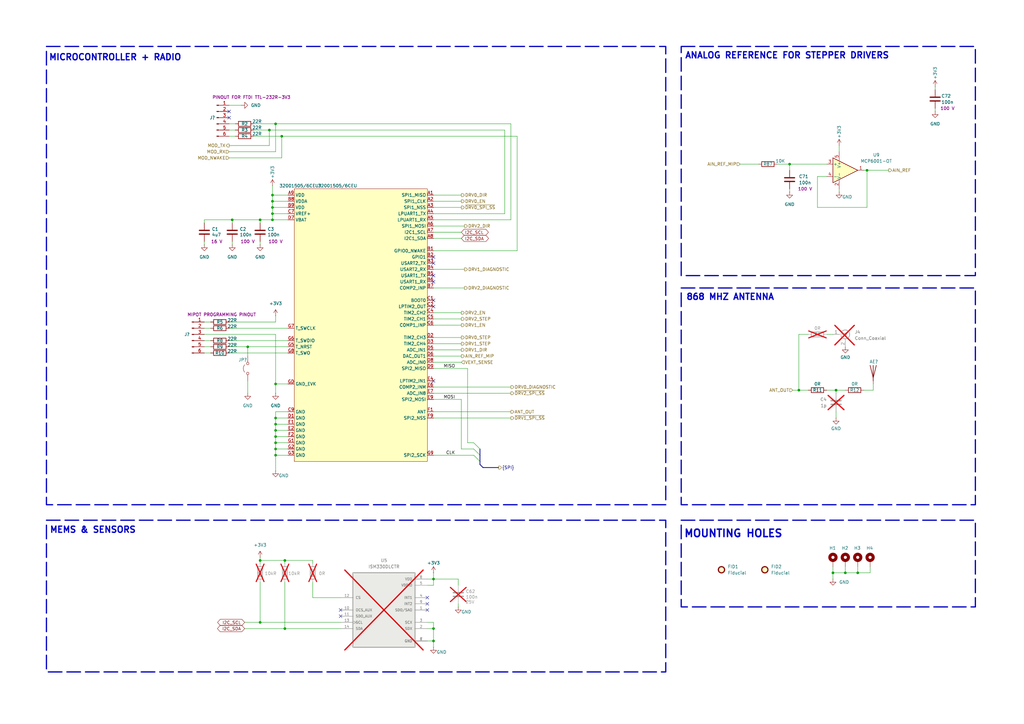
<source format=kicad_sch>
(kicad_sch (version 20231120) (generator "eeschema") (generator_version "8.0")
  (paper "A3")
  (title_block (title "tmc2130 MiP") (date "2024-05-26") (rev "00"))
  (lib_symbols
    (symbol "Amplifier_Operational:MCP6001-OT" (pin_names (offset 0.127))
      (property "Reference" "U" (at -1.27 6.35 0))
      (property "Value" "MCP6001-OT" (at -1.27 3.81 0))
      (symbol "MCP6001-OT_0_1"
        (polyline (pts (xy -5.08 5.08) (xy 5.08 0) (xy -5.08 -5.08) (xy -5.08 5.08)) (stroke (width 0.254)) (fill (type background)))
        (pin power_in line (at -2.54 -7.62 90) (length 3.81) (name "V-") (number "2"))
        (pin power_in line (at -2.54 7.62 270) (length 3.81) (name "V+") (number "5"))
      )
      (symbol "MCP6001-OT_1_1"
        (pin output line (at 7.62 0 180) (length 2.54) (name "~") (number "1"))
        (pin input line (at -7.62 2.54 0) (length 2.54) (name "+") (number "3"))
        (pin input line (at -7.62 -2.54 0) (length 2.54) (name "-") (number "4"))
      )
    )
    (symbol "Connector:Conn_01x06_Pin" (pin_names (offset 1.016) hide)
      (property "Reference" "J" (at 0 7.62 0))
      (property "Value" "Conn_01x06_Pin" (at 0 -10.16 0))
      (symbol "Conn_01x06_Pin_1_1"
        (polyline (pts (xy 1.27 -7.62) (xy 0.8636 -7.62)) (stroke (width 0.1524)))
        (polyline (pts (xy 1.27 -5.08) (xy 0.8636 -5.08)) (stroke (width 0.1524)))
        (polyline (pts (xy 1.27 -2.54) (xy 0.8636 -2.54)) (stroke (width 0.1524)))
        (polyline (pts (xy 1.27 0) (xy 0.8636 0)) (stroke (width 0.1524)))
        (polyline (pts (xy 1.27 2.54) (xy 0.8636 2.54)) (stroke (width 0.1524)))
        (polyline (pts (xy 1.27 5.08) (xy 0.8636 5.08)) (stroke (width 0.1524)))
        (rectangle (start 0.8636 -7.493) (end 0 -7.747) (stroke (width 0.1524)) (fill (type outline)))
        (rectangle (start 0.8636 -4.953) (end 0 -5.207) (stroke (width 0.1524)) (fill (type outline)))
        (rectangle (start 0.8636 -2.413) (end 0 -2.667) (stroke (width 0.1524)) (fill (type outline)))
        (rectangle (start 0.8636 0.127) (end 0 -0.127) (stroke (width 0.1524)) (fill (type outline)))
        (rectangle (start 0.8636 2.667) (end 0 2.413) (stroke (width 0.1524)) (fill (type outline)))
        (rectangle (start 0.8636 5.207) (end 0 4.953) (stroke (width 0.1524)) (fill (type outline)))
        (pin passive line (at 5.08 5.08 180) (length 3.81) (name "Pin_1") (number "1"))
        (pin passive line (at 5.08 2.54 180) (length 3.81) (name "Pin_2") (number "2"))
        (pin passive line (at 5.08 0 180) (length 3.81) (name "Pin_3") (number "3"))
        (pin passive line (at 5.08 -2.54 180) (length 3.81) (name "Pin_4") (number "4"))
        (pin passive line (at 5.08 -5.08 180) (length 3.81) (name "Pin_5") (number "5"))
        (pin passive line (at 5.08 -7.62 180) (length 3.81) (name "Pin_6") (number "6"))
      )
    )
    (symbol "Connector:Conn_Coaxial" (pin_names (offset 1.016) hide)
      (property "Reference" "J" (at 0.254 3.048 0))
      (property "Value" "Conn_Coaxial" (at 2.921 0 90))
      (symbol "Conn_Coaxial_0_1"
        (arc (start -1.778 -0.508) (mid 0.2311 -1.8066) (end 1.778 0) (stroke (width 0.254)))
        (polyline (pts (xy -2.54 0) (xy -0.508 0)))
        (polyline (pts (xy 0 -2.54) (xy 0 -1.778)))
        (circle (center 0 0) (radius 0.508) (stroke (width 0.2032)))
        (arc (start 1.778 0) (mid 0.2099 1.8101) (end -1.778 0.508) (stroke (width 0.254)))
      )
      (symbol "Conn_Coaxial_1_1"
        (pin passive line (at -5.08 0 0) (length 2.54) (name "In") (number "1"))
        (pin passive line (at 0 -5.08 90) (length 2.54) (name "Ext") (number "2"))
      )
    )
    (symbol "Device:Antenna" (pin_numbers hide) (pin_names (offset 1.016) hide)
      (property "Reference" "AE" (at -1.905 1.905 0))
      (property "Value" "Antenna" (at -1.905 0 0))
      (symbol "Antenna_0_1"
        (polyline (pts (xy 0 2.54) (xy 0 -3.81)) (stroke (width 0.254)))
        (polyline (pts (xy 1.27 2.54) (xy 0 -2.54) (xy -1.27 2.54)) (stroke (width 0.254)))
      )
      (symbol "Antenna_1_1"
        (pin input line (at 0 -5.08 90) (length 2.54) (name "A") (number "1"))
      )
    )
    (symbol "Device:C" (pin_numbers hide) (pin_names (offset 0.254))
      (property "Reference" "C" (at 0.635 2.54 0))
      (property "Value" "C" (at 0.635 -2.54 0))
      (symbol "C_0_1"
        (polyline (pts (xy -2.032 -0.762) (xy 2.032 -0.762)) (stroke (width 0.508)))
        (polyline (pts (xy -2.032 0.762) (xy 2.032 0.762)) (stroke (width 0.508)))
      )
      (symbol "C_1_1"
        (pin passive line (at 0 3.81 270) (length 2.794) (name "~") (number "1"))
        (pin passive line (at 0 -3.81 90) (length 2.794) (name "~") (number "2"))
      )
    )
    (symbol "Device:R" (pin_numbers hide) (pin_names (offset 0))
      (property "Reference" "R" (at 2.032 0 90))
      (property "Value" "R" (at 0 0 90))
      (symbol "R_0_1"
        (rectangle (start -1.016 -2.54) (end 1.016 2.54) (stroke (width 0.254)))
      )
      (symbol "R_1_1"
        (pin passive line (at 0 3.81 270) (length 1.27) (name "~") (number "1"))
        (pin passive line (at 0 -3.81 90) (length 1.27) (name "~") (number "2"))
      )
    )
    (symbol "Jumper:Jumper_2_Open" (pin_numbers hide) (pin_names (offset 0) hide) (exclude_from_sim yes)
      (property "Reference" "JP" (at 0 2.794 0))
      (property "Value" "Jumper_2_Open" (at 0 -2.286 0))
      (symbol "Jumper_2_Open_0_0"
        (circle (center -2.032 0) (radius 0.508))
        (circle (center 2.032 0) (radius 0.508))
      )
      (symbol "Jumper_2_Open_0_1"
        (arc (start 1.524 1.27) (mid 0 1.778) (end -1.524 1.27))
      )
      (symbol "Jumper_2_Open_1_1"
        (pin passive line (at -5.08 0 0) (length 2.54) (name "A") (number "1"))
        (pin passive line (at 5.08 0 180) (length 2.54) (name "B") (number "2"))
      )
    )
    (symbol "Mechanical:Fiducial" (exclude_from_sim yes) (in_bom no)
      (property "Reference" "FID" (at 0 5.08 0))
      (property "Value" "Fiducial" (at 0 3.175 0))
      (symbol "Fiducial_0_1"
        (circle (center 0 0) (radius 1.27) (stroke (width 0.508)) (fill (type background)))
      )
    )
    (symbol "Mechanical:MountingHole_Pad" (pin_numbers hide) (pin_names (offset 1.016) hide) (exclude_from_sim yes) (in_bom no)
      (property "Reference" "H" (at 0 6.35 0))
      (property "Value" "MountingHole_Pad" (at 0 4.445 0))
      (symbol "MountingHole_Pad_0_1"
        (circle (center 0 1.27) (radius 1.27) (stroke (width 1.27)))
      )
      (symbol "MountingHole_Pad_1_1"
        (pin input line (at 0 -2.54 90) (length 2.54) (name "1") (number "1"))
      )
    )
    (symbol "mipot:mip_v0"
      (property "Reference" "M" (at -1.27 -0.762 0))
      (property "Value" "32001505/6CEU" (at -27.94 48.26 0))
      (symbol "mip_v0_1_1"
        (rectangle (start -27.94 57.15) (end 26.67 -54.61) (fill (type background)))
        (pin input line (at -30.48 54.61 0) (length 2.54) (name "SPI1_MISO") (number "A1"))
        (pin input line (at -30.48 52.07 0) (length 2.54) (name "SPI1_CLK") (number "A2"))
        (pin input line (at -30.48 49.53 0) (length 2.54) (name "SPI1_NSS") (number "A3"))
        (pin input line (at -30.48 46.99 0) (length 2.54) (name "LPUART1_TX") (number "A4"))
        (pin input line (at -30.48 44.45 0) (length 2.54) (name "LPUART1_RX") (number "A5"))
        (pin input line (at -30.48 41.91 0) (length 2.54) (name "SPI1_MOSI") (number "A6"))
        (pin input line (at -30.48 39.37 0) (length 2.54) (name "I2C1_SCL") (number "A7"))
        (pin input line (at -30.48 36.83 0) (length 2.54) (name "I2C1_SDA") (number "A8"))
        (pin input line (at 29.21 54.61 180) (length 2.54) (name "VDD") (number "A9"))
        (pin input line (at -30.48 31.75 0) (length 2.54) (name "GPIO0_NWAKE") (number "B1"))
        (pin input line (at -30.48 29.21 0) (length 2.54) (name "GPIO1") (number "B2"))
        (pin input line (at -30.48 26.67 0) (length 2.54) (name "USART2_TX") (number "B3"))
        (pin input line (at -30.48 24.13 0) (length 2.54) (name "USART2_RX") (number "B4"))
        (pin input line (at -30.48 21.59 0) (length 2.54) (name "USART1_TX") (number "B5"))
        (pin input line (at -30.48 19.05 0) (length 2.54) (name "USART1_RX") (number "B6"))
        (pin input line (at -30.48 16.51 0) (length 2.54) (name "COMP2_INP") (number "B7"))
        (pin input line (at 29.21 52.07 180) (length 2.54) (name "VDDA") (number "B8"))
        (pin input line (at 29.21 49.53 180) (length 2.54) (name "VDD") (number "B9"))
        (pin input line (at -30.48 11.43 0) (length 2.54) (name "BOOT0") (number "C1"))
        (pin input line (at -30.48 8.89 0) (length 2.54) (name "LPTIM2_OUT") (number "C2"))
        (pin input line (at -30.48 6.35 0) (length 2.54) (name "TIM2_CH2") (number "C4"))
        (pin input line (at -30.48 3.81 0) (length 2.54) (name "TIM2_CH1") (number "C5"))
        (pin input line (at -30.48 1.27 0) (length 2.54) (name "COMP1_INP") (number "C6"))
        (pin input line (at 29.21 46.99 180) (length 2.54) (name "VREF+") (number "C7"))
        (pin input line (at 29.21 -34.29 180) (length 2.54) (name "GND") (number "C9"))
        (pin input line (at 29.21 -36.83 180) (length 2.54) (name "GND") (number "D1"))
        (pin input line (at -30.48 -3.81 0) (length 2.54) (name "TIM2_CH3") (number "D2"))
        (pin input line (at -30.48 -6.35 0) (length 2.54) (name "TIM2_CH4") (number "D3"))
        (pin input line (at -30.48 -8.89 0) (length 2.54) (name "ADC_IN1") (number "D5"))
        (pin input line (at -30.48 -11.43 0) (length 2.54) (name "DAC_OUT1") (number "D6"))
        (pin input line (at 29.21 44.45 180) (length 2.54) (name "VBAT") (number "D7"))
        (pin input line (at -30.48 -13.97 0) (length 2.54) (name "ADC_IN0") (number "D8"))
        (pin input line (at -30.48 -16.51 0) (length 2.54) (name "SPI2_MISO") (number "D9"))
        (pin input line (at 29.21 -39.37 180) (length 2.54) (name "GND") (number "E1"))
        (pin input line (at 29.21 -41.91 180) (length 2.54) (name "GND") (number "E2"))
        (pin input line (at -30.48 -21.59 0) (length 2.54) (name "LPTIM2_IN1") (number "E4"))
        (pin input line (at -30.48 -24.13 0) (length 2.54) (name "COMP2_INM") (number "E6"))
        (pin input line (at -30.48 -26.67 0) (length 2.54) (name "ADC_IN8") (number "E7"))
        (pin input line (at -30.48 -29.21 0) (length 2.54) (name "SPI2_MOSI") (number "E9"))
        (pin input line (at -30.48 -34.29 0) (length 2.54) (name "ANT") (number "F1"))
        (pin input line (at 29.21 -44.45 180) (length 2.54) (name "GND") (number "F2"))
        (pin input line (at -30.48 -36.83 0) (length 2.54) (name "SPI2_NSS") (number "F9"))
        (pin input line (at 29.21 -46.99 180) (length 2.54) (name "GND") (number "G1"))
        (pin input line (at 29.21 -49.53 180) (length 2.54) (name "GND") (number "G2"))
        (pin input line (at 29.21 -52.07 180) (length 2.54) (name "GND") (number "G3"))
        (pin input line (at 29.21 -7.62 180) (length 2.54) (name "T_NRST") (number "G5"))
        (pin input line (at 29.21 -5.08 180) (length 2.54) (name "T_SWDIO") (number "G6"))
        (pin input line (at 29.21 0 180) (length 2.54) (name "T_SWCLK") (number "G7"))
        (pin input line (at 29.21 -10.16 180) (length 2.54) (name "T_SWO") (number "G8"))
        (pin input line (at -30.48 -52.07 0) (length 2.54) (name "SPI2_SCK") (number "G9"))
        (pin input line (at 29.21 -22.86 180) (length 2.54) (name "GND_EVK") (number "GD"))
      )
    )
    (symbol "power:+3V3" (power) (pin_numbers hide) (pin_names (offset 0) hide)
      (property "Value" "+3V3" (at 0 3.556 0))
      (symbol "+3V3_0_1"
        (polyline (pts (xy -0.762 1.27) (xy 0 2.54)))
        (polyline (pts (xy 0 0) (xy 0 2.54)))
        (polyline (pts (xy 0 2.54) (xy 0.762 1.27)))
      )
      (symbol "+3V3_1_1"
        (pin power_in line (at 0 0 90) (length 0) (name "~") (number "1"))
      )
    )
    (symbol "power:GND" (power) (pin_numbers hide) (pin_names (offset 0) hide)
      (property "Value" "GND" (at 0 -3.81 0))
      (symbol "GND_0_1"
        (polyline (pts (xy 0 0) (xy 0 -1.27) (xy 1.27 -1.27) (xy 0 -2.54) (xy -1.27 -1.27) (xy 0 -1.27)))
      )
      (symbol "GND_1_1"
        (pin power_in line (at 0 0 270) (length 0) (name "~") (number "1"))
      )
    )
    (symbol "project:ISM330DLCTR" (pin_names (offset 1.016))
      (property "Reference" "U" (at -12.7079 15.2494 0))
      (property "Value" "ISM330DLCTR" (at -12.7243 -17.814 0))
      (symbol "ISM330DLCTR_0_0"
        (rectangle (start -12.7 -15.24) (end 12.7 15.24) (stroke (width 0.41)) (fill (type background)))
        (pin output line (at 17.78 0 180) (length 5.08) (name "SDO/SAO") (number "1"))
        (pin bidirectional line (at -17.78 0 0) (length 5.08) (name "OCS_AUX") (number "10"))
        (pin bidirectional line (at -17.78 -2.54 0) (length 5.08) (name "SDO_AUX") (number "11"))
        (pin input line (at -17.78 5.08 0) (length 5.08) (name "CS") (number "12"))
        (pin bidirectional clock (at -17.78 -5.08 0) (length 5.08) (name "SCL") (number "13"))
        (pin bidirectional line (at -17.78 -7.62 0) (length 5.08) (name "SDA") (number "14"))
        (pin bidirectional line (at 17.78 -7.62 180) (length 5.08) (name "SDX") (number "2"))
        (pin bidirectional line (at 17.78 -5.08 180) (length 5.08) (name "SCX") (number "3"))
        (pin output line (at 17.78 5.08 180) (length 5.08) (name "INT1") (number "4"))
        (pin power_in line (at 17.78 10.16 180) (length 5.08) (name "VDDIO") (number "5"))
        (pin power_in line (at 17.78 -12.7 180) (length 5.08) (name "GND") (number "6"))
        (pin power_in line (at 17.78 -12.7 180) (length 5.08) (name "GND") (number "7"))
        (pin power_in line (at 17.78 12.7 180) (length 5.08) (name "VDD") (number "8"))
        (pin output line (at 17.78 2.54 180) (length 5.08) (name "INT2") (number "9"))
      )
    )
  )
  (junction (at 327.66 160.02))
  (junction (at 323.85 67.31))
  (junction (at 113.03 186.69))
  (junction (at 113.03 50.8))
  (junction (at 342.9 160.02))
  (junction (at 113.03 179.07))
  (junction (at 106.68 229.87))
  (junction (at 113.03 176.53))
  (junction (at 177.8 237.49))
  (junction (at 113.03 181.61))
  (junction (at 116.84 229.87))
  (junction (at 111.76 90.17))
  (junction (at 341.63 234.95))
  (junction (at 113.03 157.48))
  (junction (at 355.6 69.85))
  (junction (at 177.8 257.81))
  (junction (at 346.71 234.95))
  (junction (at 95.25 90.17))
  (junction (at 111.76 82.55))
  (junction (at 116.84 257.81))
  (junction (at 351.79 234.95))
  (junction (at 110.49 53.34))
  (junction (at 111.76 87.63))
  (junction (at 106.68 255.27))
  (junction (at 113.03 184.15))
  (junction (at 113.03 171.45))
  (junction (at 113.03 173.99))
  (junction (at 115.57 55.88))
  (junction (at 106.68 90.17))
  (junction (at 111.76 80.01))
  (junction (at 111.76 85.09))
  (junction (at 101.6 142.24))
  (junction (at 177.8 262.89))
  (no_connect (at 177.8 123.19))
  (no_connect (at 139.7 252.73))
  (no_connect (at 177.8 107.95))
  (no_connect (at 175.26 247.65))
  (no_connect (at 177.8 125.73))
  (no_connect (at 139.7 250.19))
  (no_connect (at 177.8 156.21))
  (no_connect (at 177.8 115.57))
  (no_connect (at 93.98 48.26))
  (no_connect (at 175.26 245.11))
  (no_connect (at 177.8 113.03))
  (no_connect (at 175.26 250.19))
  (no_connect (at 93.98 45.72))
  (no_connect (at 177.8 105.41))
  (bus_entry (at 196.85 184.15) (size -2.54 -2.54))
  (bus_entry (at 196.85 189.23) (size -2.54 -2.54))
  (bus_entry (at 196.85 186.69) (size -2.54 -2.54))
  (wire (pts (xy 83.82 91.44) (xy 83.82 90.17)))
  (wire (pts (xy 189.23 184.15) (xy 194.31 184.15)))
  (wire (pts (xy 113.03 132.08) (xy 113.03 129.54)))
  (wire (pts (xy 115.57 64.77) (xy 115.57 55.88)))
  (wire (pts (xy 113.03 157.48) (xy 113.03 137.16)))
  (wire (pts (xy 207.01 87.63) (xy 177.8 87.63)))
  (wire (pts (xy 118.11 179.07) (xy 113.03 179.07)))
  (wire (pts (xy 191.77 181.61) (xy 194.31 181.61)))
  (wire (pts (xy 355.6 69.85) (xy 354.33 69.85)))
  (wire (pts (xy 323.85 67.31) (xy 339.09 67.31)))
  (wire (pts (xy 100.33 255.27) (xy 106.68 255.27)))
  (wire (pts (xy 356.87 232.41) (xy 356.87 234.95)))
  (wire (pts (xy 323.85 77.47) (xy 323.85 78.74)))
  (wire (pts (xy 113.03 184.15) (xy 113.03 186.69)))
  (wire (pts (xy 115.57 55.88) (xy 104.14 55.88)))
  (wire (pts (xy 104.14 50.8) (xy 113.03 50.8)))
  (wire (pts (xy 175.26 262.89) (xy 177.8 262.89)))
  (wire (pts (xy 177.8 128.27) (xy 189.23 128.27)))
  (wire (pts (xy 118.11 176.53) (xy 113.03 176.53)))
  (wire (pts (xy 177.8 92.71) (xy 190.5 92.71)))
  (wire (pts (xy 187.96 237.49) (xy 177.8 237.49)))
  (wire (pts (xy 113.03 179.07) (xy 113.03 181.61)))
  (wire (pts (xy 177.8 240.03) (xy 177.8 237.49)))
  (wire (pts (xy 318.77 67.31) (xy 323.85 67.31)))
  (wire (pts (xy 93.98 134.62) (xy 118.11 134.62)))
  (wire (pts (xy 177.8 110.49) (xy 190.5 110.49)))
  (wire (pts (xy 113.03 50.8) (xy 209.55 50.8)))
  (wire (pts (xy 95.25 90.17) (xy 106.68 90.17)))
  (wire (pts (xy 118.11 171.45) (xy 113.03 171.45)))
  (wire (pts (xy 111.76 80.01) (xy 118.11 80.01)))
  (wire (pts (xy 189.23 163.83) (xy 189.23 184.15)))
  (wire (pts (xy 327.66 160.02) (xy 331.47 160.02)))
  (wire (pts (xy 93.98 64.77) (xy 115.57 64.77)))
  (wire (pts (xy 93.98 59.69) (xy 110.49 59.69)))
  (wire (pts (xy 111.76 85.09) (xy 111.76 82.55)))
  (wire (pts (xy 83.82 132.08) (xy 86.36 132.08)))
  (wire (pts (xy 175.26 237.49) (xy 177.8 237.49)))
  (wire (pts (xy 111.76 76.2) (xy 111.76 80.01)))
  (wire (pts (xy 113.03 62.23) (xy 113.03 50.8)))
  (wire (pts (xy 177.8 95.25) (xy 189.23 95.25)))
  (wire (pts (xy 106.68 99.06) (xy 106.68 100.33)))
  (wire (pts (xy 93.98 55.88) (xy 96.52 55.88)))
  (wire (pts (xy 83.82 134.62) (xy 86.36 134.62)))
  (wire (pts (xy 177.8 118.11) (xy 190.5 118.11)))
  (wire (pts (xy 118.11 87.63) (xy 111.76 87.63)))
  (wire (pts (xy 83.82 142.24) (xy 86.36 142.24)))
  (wire (pts (xy 83.82 90.17) (xy 95.25 90.17)))
  (wire (pts (xy 342.9 160.02) (xy 342.9 161.29)))
  (wire (pts (xy 187.96 247.65) (xy 187.96 248.92)))
  (wire (pts (xy 177.8 255.27) (xy 177.8 257.81)))
  (wire (pts (xy 177.8 143.51) (xy 189.23 143.51)))
  (wire (pts (xy 177.8 158.75) (xy 209.55 158.75)))
  (bus (pts (xy 204.47 191.77) (xy 198.12 191.77)))
  (wire (pts (xy 207.01 53.34) (xy 207.01 87.63)))
  (wire (pts (xy 177.8 151.13) (xy 191.77 151.13)))
  (wire (pts (xy 93.98 144.78) (xy 118.11 144.78)))
  (wire (pts (xy 209.55 50.8) (xy 209.55 90.17)))
  (wire (pts (xy 342.9 168.91) (xy 342.9 171.45)))
  (wire (pts (xy 113.03 168.91) (xy 113.03 171.45)))
  (wire (pts (xy 335.28 85.09) (xy 355.6 85.09)))
  (wire (pts (xy 331.47 137.16) (xy 327.66 137.16)))
  (wire (pts (xy 354.33 160.02) (xy 358.14 160.02)))
  (wire (pts (xy 177.8 138.43) (xy 189.23 138.43)))
  (wire (pts (xy 177.8 102.87) (xy 212.09 102.87)))
  (wire (pts (xy 383.54 35.56) (xy 383.54 36.83)))
  (wire (pts (xy 101.6 156.21) (xy 101.6 161.29)))
  (wire (pts (xy 93.98 142.24) (xy 101.6 142.24)))
  (wire (pts (xy 177.8 82.55) (xy 189.23 82.55)))
  (wire (pts (xy 83.82 99.06) (xy 83.82 100.33)))
  (wire (pts (xy 106.68 90.17) (xy 111.76 90.17)))
  (wire (pts (xy 351.79 234.95) (xy 356.87 234.95)))
  (wire (pts (xy 339.09 72.39) (xy 335.28 72.39)))
  (wire (pts (xy 100.33 257.81) (xy 116.84 257.81)))
  (wire (pts (xy 177.8 133.35) (xy 189.23 133.35)))
  (wire (pts (xy 118.11 82.55) (xy 111.76 82.55)))
  (wire (pts (xy 106.68 90.17) (xy 106.68 91.44)))
  (wire (pts (xy 212.09 102.87) (xy 212.09 55.88)))
  (wire (pts (xy 106.68 255.27) (xy 139.7 255.27)))
  (wire (pts (xy 351.79 232.41) (xy 351.79 234.95)))
  (wire (pts (xy 128.27 229.87) (xy 116.84 229.87)))
  (wire (pts (xy 177.8 171.45) (xy 209.55 171.45)))
  (wire (pts (xy 335.28 72.39) (xy 335.28 85.09)))
  (wire (pts (xy 358.14 160.02) (xy 358.14 157.48)))
  (wire (pts (xy 83.82 139.7) (xy 86.36 139.7)))
  (wire (pts (xy 177.8 130.81) (xy 189.23 130.81)))
  (wire (pts (xy 341.63 232.41) (xy 341.63 234.95)))
  (wire (pts (xy 93.98 132.08) (xy 113.03 132.08)))
  (wire (pts (xy 177.8 168.91) (xy 209.55 168.91)))
  (wire (pts (xy 118.11 168.91) (xy 113.03 168.91)))
  (wire (pts (xy 346.71 232.41) (xy 346.71 234.95)))
  (wire (pts (xy 339.09 137.16) (xy 341.63 137.16)))
  (wire (pts (xy 177.8 186.69) (xy 194.31 186.69)))
  (wire (pts (xy 93.98 139.7) (xy 118.11 139.7)))
  (wire (pts (xy 212.09 55.88) (xy 115.57 55.88)))
  (wire (pts (xy 344.17 77.47) (xy 344.17 78.74)))
  (wire (pts (xy 139.7 245.11) (xy 128.27 245.11)))
  (wire (pts (xy 113.03 161.29) (xy 113.03 157.48)))
  (wire (pts (xy 355.6 85.09) (xy 355.6 69.85)))
  (wire (pts (xy 355.6 69.85) (xy 364.49 69.85)))
  (bus (pts (xy 196.85 186.69) (xy 196.85 189.23)))
  (wire (pts (xy 113.03 181.61) (xy 113.03 184.15)))
  (wire (pts (xy 325.12 160.02) (xy 327.66 160.02)))
  (wire (pts (xy 177.8 97.79) (xy 189.23 97.79)))
  (wire (pts (xy 113.03 186.69) (xy 118.11 186.69)))
  (wire (pts (xy 93.98 53.34) (xy 96.52 53.34)))
  (wire (pts (xy 128.27 245.11) (xy 128.27 238.76)))
  (wire (pts (xy 189.23 146.05) (xy 177.8 146.05)))
  (wire (pts (xy 177.8 148.59) (xy 189.23 148.59)))
  (wire (pts (xy 111.76 90.17) (xy 111.76 87.63)))
  (wire (pts (xy 116.84 229.87) (xy 106.68 229.87)))
  (wire (pts (xy 111.76 87.63) (xy 111.76 85.09)))
  (wire (pts (xy 346.71 160.02) (xy 342.9 160.02)))
  (wire (pts (xy 346.71 234.95) (xy 351.79 234.95)))
  (bus (pts (xy 196.85 189.23) (xy 196.85 190.5)))
  (wire (pts (xy 111.76 82.55) (xy 111.76 80.01)))
  (wire (pts (xy 118.11 173.99) (xy 113.03 173.99)))
  (wire (pts (xy 118.11 184.15) (xy 113.03 184.15)))
  (wire (pts (xy 191.77 151.13) (xy 191.77 181.61)))
  (wire (pts (xy 106.68 228.6) (xy 106.68 229.87)))
  (wire (pts (xy 93.98 43.18) (xy 99.06 43.18)))
  (wire (pts (xy 177.8 257.81) (xy 177.8 262.89)))
  (wire (pts (xy 101.6 142.24) (xy 118.11 142.24)))
  (wire (pts (xy 175.26 240.03) (xy 177.8 240.03)))
  (wire (pts (xy 327.66 137.16) (xy 327.66 160.02)))
  (wire (pts (xy 175.26 255.27) (xy 177.8 255.27)))
  (wire (pts (xy 177.8 262.89) (xy 177.8 265.43)))
  (wire (pts (xy 116.84 238.76) (xy 116.84 257.81)))
  (bus (pts (xy 196.85 184.15) (xy 196.85 186.69)))
  (wire (pts (xy 83.82 144.78) (xy 86.36 144.78)))
  (wire (pts (xy 118.11 181.61) (xy 113.03 181.61)))
  (wire (pts (xy 177.8 163.83) (xy 189.23 163.83)))
  (wire (pts (xy 95.25 99.06) (xy 95.25 100.33)))
  (wire (pts (xy 209.55 90.17) (xy 177.8 90.17)))
  (wire (pts (xy 113.03 176.53) (xy 113.03 179.07)))
  (wire (pts (xy 104.14 53.34) (xy 110.49 53.34)))
  (wire (pts (xy 110.49 53.34) (xy 207.01 53.34)))
  (wire (pts (xy 113.03 157.48) (xy 118.11 157.48)))
  (bus (pts (xy 196.85 190.5) (xy 198.12 191.77)))
  (wire (pts (xy 383.54 44.45) (xy 383.54 45.72)))
  (wire (pts (xy 175.26 257.81) (xy 177.8 257.81)))
  (wire (pts (xy 342.9 160.02) (xy 339.09 160.02)))
  (wire (pts (xy 118.11 90.17) (xy 111.76 90.17)))
  (wire (pts (xy 177.8 237.49) (xy 177.8 234.95)))
  (wire (pts (xy 341.63 234.95) (xy 346.71 234.95)))
  (wire (pts (xy 177.8 161.29) (xy 209.55 161.29)))
  (wire (pts (xy 106.68 229.87) (xy 106.68 231.14)))
  (wire (pts (xy 113.03 171.45) (xy 113.03 173.99)))
  (wire (pts (xy 93.98 62.23) (xy 113.03 62.23)))
  (wire (pts (xy 83.82 137.16) (xy 113.03 137.16)))
  (wire (pts (xy 344.17 59.69) (xy 344.17 62.23)))
  (wire (pts (xy 106.68 238.76) (xy 106.68 255.27)))
  (wire (pts (xy 177.8 140.97) (xy 189.23 140.97)))
  (wire (pts (xy 118.11 85.09) (xy 111.76 85.09)))
  (wire (pts (xy 116.84 257.81) (xy 139.7 257.81)))
  (wire (pts (xy 116.84 231.14) (xy 116.84 229.87)))
  (wire (pts (xy 95.25 91.44) (xy 95.25 90.17)))
  (wire (pts (xy 128.27 231.14) (xy 128.27 229.87)))
  (wire (pts (xy 323.85 67.31) (xy 323.85 69.85)))
  (wire (pts (xy 303.53 67.31) (xy 311.15 67.31)))
  (wire (pts (xy 113.03 193.04) (xy 113.03 186.69)))
  (wire (pts (xy 101.6 142.24) (xy 101.6 146.05)))
  (wire (pts (xy 93.98 50.8) (xy 96.52 50.8)))
  (wire (pts (xy 341.63 234.95) (xy 341.63 237.49)))
  (wire (pts (xy 177.8 80.01) (xy 189.23 80.01)))
  (wire (pts (xy 187.96 240.03) (xy 187.96 237.49)))
  (wire (pts (xy 110.49 59.69) (xy 110.49 53.34)))
  (wire (pts (xy 113.03 173.99) (xy 113.03 176.53)))
  (wire (pts (xy 177.8 85.09) (xy 189.23 85.09)))
  (rectangle (start 19.05 19.05) (end 273.05 207.01) (stroke (width 0.508) (type dash)))
  (rectangle (start 279.4 213.36) (end 400.05 248.92) (stroke (width 0.508) (type dash)))
  (rectangle (start 19.05 213.36) (end 273.05 275.59) (stroke (width 0.508) (type dash)))
  (rectangle (start 279.4 19.05) (end 400.05 113.03) (stroke (width 0.508) (type dash)))
  (rectangle (start 279.4 118.11) (end 400.05 207.01) (stroke (width 0.508) (type dash)))
  (text "MEMS & SENSORS" (at 38.1 217.424 0) (effects (font (size 2.54 2.54) (thickness 0.508) (bold yes))))
  (text "MICROCONTROLLER + RADIO" (at 47.244 23.622 0) (effects (font (size 2.54 2.54) (thickness 0.508) (bold yes))))
  (text "MOUNTING HOLES" (at 280.416 220.726 0) (effects (font (size 3.048 3.048) (bold yes)) (justify left bottom)))
  (text "ANALOG REFERENCE FOR STEPPER DRIVERS" (at 322.834 22.86 0) (effects (font (size 2.54 2.54) (thickness 0.508) (bold yes))))
  (text "868 MHZ ANTENNA " (at 300.482 121.92 0) (effects (font (size 2.54 2.54) (thickness 0.508) (bold yes))))
  (label "MISO" (at 186.69 151.13 180))
  (label "MOSI" (at 186.69 163.83 180))
  (label "CLK" (at 186.69 186.69 180))
  (global_label "I2C_SDA" (shape bidirectional) (at 100.33 257.81 180) (property "Intersheetrefs" "${INTERSHEET_REFS}" (effects (hide yes))))
  (global_label "I2C_SDA" (shape bidirectional) (at 189.23 97.79 0) (property "Intersheetrefs" "${INTERSHEET_REFS}" (effects (hide yes))))
  (global_label "I2C_SCL" (shape bidirectional) (at 100.33 255.27 180) (property "Intersheetrefs" "${INTERSHEET_REFS}" (effects (hide yes))))
  (global_label "I2C_SCL" (shape bidirectional) (at 189.23 95.25 0) (property "Intersheetrefs" "${INTERSHEET_REFS}" (effects (hide yes))))
  (hierarchical_label "DRV1_STEP" (shape output) (at 189.23 140.97 0))
  (hierarchical_label "AIN_REF_MIP" (shape output) (at 189.23 146.05 0))
  (hierarchical_label "AIN_REF_MIP" (shape input) (at 303.53 67.31 180))
  (hierarchical_label "MOD_RX" (shape input) (at 93.98 62.23 180))
  (hierarchical_label "MOD_TX" (shape output) (at 93.98 59.69 180))
  (hierarchical_label "DRV0_DIAGNOSTIC" (shape output) (at 209.55 158.75 0))
  (hierarchical_label "DRV0_DIR" (shape output) (at 189.23 80.01 0))
  (hierarchical_label "DRV2_STEP" (shape output) (at 189.23 130.81 0))
  (hierarchical_label "DRV1_EN" (shape output) (at 189.23 133.35 0))
  (hierarchical_label "{SPI}" (shape output) (at 204.47 191.77 0))
  (hierarchical_label "DRV1_DIR" (shape output) (at 189.23 143.51 0))
  (hierarchical_label "~{DRV0_SPI_SS}" (shape output) (at 189.23 85.09 0))
  (hierarchical_label "DRV2_DIAGNOSTIC" (shape output) (at 190.5 118.11 0))
  (hierarchical_label "DRV0_EN" (shape output) (at 189.23 82.55 0))
  (hierarchical_label "DRV1_DIAGNOSTIC" (shape output) (at 190.5 110.49 0))
  (hierarchical_label "DRV2_EN" (shape output) (at 189.23 128.27 0))
  (hierarchical_label "ANT_OUT" (shape input) (at 325.12 160.02 180))
  (hierarchical_label "~{DRV1_SPI_SS}" (shape output) (at 209.55 171.45 0))
  (hierarchical_label "DRV2_DIR" (shape output) (at 190.5 92.71 0))
  (hierarchical_label "ANT_OUT" (shape output) (at 209.55 168.91 0))
  (hierarchical_label "MOD_NWAKE" (shape input) (at 93.98 64.77 180))
  (hierarchical_label "~{DRV2_SPI_SS}" (shape output) (at 209.55 161.29 0))
  (hierarchical_label "DRV0_STEP" (shape output) (at 189.23 138.43 0))
  (hierarchical_label "VEXT_SENSE" (shape input) (at 189.23 148.59 0))
  (hierarchical_label "AIN_REF" (shape output) (at 364.49 69.85 0))
  (symbol (lib_id "Device:R") (at 350.52 160.02 270) (mirror x) (unit 1)
    (property "Reference" "R12" (at 350.52 160.02 90))
    (property "Value" "0R" (at 350.52 157.48 90))
    (property "Footprint" "Resistor_SMD:R_0603_1608Metric_Pad0.98x0.95mm_HandSolder" (effects (hide yes)))
    (property "Description" "Resistor" (effects (hide yes)))
    (property "Mouser" "603-RC0603FR-100RL" (effects (hide yes)))
  )
  (symbol (lib_id "Device:C") (at 383.54 40.64 180) (unit 1)
    (property "Reference" "C72" (at 386.08 39.37 0) (effects (justify right)))
    (property "Value" "100n" (at 386.08 41.91 0) (effects (justify right)))
    (property "Footprint" "Capacitor_SMD:C_0603_1608Metric_Pad1.08x0.95mm_HandSolder" (effects (hide yes)))
    (property "Dielectric" "X7R" (effects (hide yes)))
    (property "Mouser" "187-CL10B104KC8NNNC" (effects (hide yes)))
    (property "Tollerance" "10%" (effects (hide yes)))
    (property "Voltage" "100 V" (at 388.62 44.45 0))
  )
  (symbol (lib_id "Device:R") (at 106.68 234.95 0) (mirror y) (unit 1) (dnp yes)
    (property "Reference" "R80" (at 106.68 234.95 90))
    (property "Value" "10kR" (at 110.998 235.204 0))
    (property "Footprint" "Resistor_SMD:R_0603_1608Metric_Pad0.98x0.95mm_HandSolder" (effects (hide yes)))
    (property "Description" "Resistor" (effects (hide yes)))
  )
  (symbol (lib_id "Mechanical:MountingHole_Pad") (at 341.63 229.87 0) (unit 1) (exclude_from_sim yes) (in_bom no)
    (property "Reference" "H1" (at 340.106 224.79 0) (effects (justify left)))
    (property "Value" "MountingHole_Pad" (effects (hide yes)))
    (property "Footprint" "MountingHole:MountingHole_4.3mm_M4_ISO7380_Pad_TopBottom" (effects (hide yes)))
    (property "Description" "Mounting Hole with connection" (effects (hide yes)))
  )
  (symbol (lib_id "Device:C") (at 187.96 243.84 180) (unit 1) (dnp yes)
    (property "Reference" "C62" (at 191.008 242.57 0) (effects (justify right)))
    (property "Value" "100n" (at 191.008 244.856 0) (effects (justify right)))
    (property "Footprint" "Capacitor_SMD:C_0603_1608Metric_Pad1.08x0.95mm_HandSolder" (effects (hide yes)))
    (property "Description" "25V" (at 192.786 246.888 0))
  )
  (symbol (lib_id "Device:R") (at 335.28 137.16 270) (mirror x) (unit 1) (dnp yes)
    (property "Reference" "R1" (at 335.28 137.16 90))
    (property "Value" "0R" (at 335.28 134.62 90))
    (property "Footprint" "Resistor_SMD:R_0603_1608Metric_Pad0.98x0.95mm_HandSolder" (effects (hide yes)))
    (property "Description" "Resistor" (effects (hide yes)))
  )
  (symbol (lib_id "power:GND") (at 383.54 45.72 0) (unit 1)
    (property "Reference" "#PWR0123" (effects (hide yes)))
    (property "Value" "GND" (at 383.54 50.8 0))
    (property "Description" "Power symbol creates a global label with name \"GND\" , ground" (effects (hide yes)))
  )
  (symbol (lib_id "Device:C") (at 106.68 95.25 180) (unit 1)
    (property "Reference" "C3" (at 109.728 93.98 0) (effects (justify right)))
    (property "Value" "100n" (at 109.728 96.266 0) (effects (justify right)))
    (property "Footprint" "Capacitor_SMD:C_0603_1608Metric_Pad1.08x0.95mm_HandSolder" (effects (hide yes)))
    (property "Dielectric" "X7R" (effects (hide yes)))
    (property "Mouser" "187-CL10B104KC8NNNC" (effects (hide yes)))
    (property "Tollerance" "10%" (effects (hide yes)))
    (property "Voltage" "100 V" (at 113.03 99.06 0))
  )
  (symbol (lib_id "Jumper:Jumper_2_Open") (at 101.6 151.13 90) (unit 1) (exclude_from_sim yes)
    (property "Reference" "JP?" (at 97.79 147.574 90) (effects (justify right)))
    (property "Value" "Jumper_2_Open" (effects (hide yes)))
    (property "Footprint" "Connector_PinHeader_2.54mm:PinHeader_1x02_P2.54mm_Vertical" (effects (hide yes)))
    (property "Description" "Jumper, 2-pole, open" (effects (hide yes)))
  )
  (symbol (lib_id "power:GND") (at 95.25 100.33 0) (unit 1)
    (property "Reference" "#PWR07" (effects (hide yes)))
    (property "Value" "GND" (at 95.25 105.41 0))
    (property "Description" "Power symbol creates a global label with name \"GND\" , ground" (effects (hide yes)))
  )
  (symbol (lib_id "Device:R") (at 128.27 234.95 0) (mirror y) (unit 1) (dnp yes)
    (property "Reference" "R82" (at 128.27 234.95 90))
    (property "Value" "0R" (at 132.08 235.204 0))
    (property "Footprint" "Resistor_SMD:R_0603_1608Metric_Pad0.98x0.95mm_HandSolder" (effects (hide yes)))
    (property "Description" "Resistor" (effects (hide yes)))
  )
  (symbol (lib_id "Device:C") (at 342.9 165.1 0) (mirror x) (unit 1) (dnp yes)
    (property "Reference" "C4" (at 339.09 163.8299 0) (effects (justify right)))
    (property "Value" "1p" (at 339.09 166.3699 0) (effects (justify right)))
    (property "Footprint" "Capacitor_SMD:C_0603_1608Metric_Pad1.08x0.95mm_HandSolder" (effects (hide yes)))
    (property "Description" "NM" (effects (hide yes)))
  )
  (symbol (lib_id "Device:C") (at 323.85 73.66 180) (unit 1)
    (property "Reference" "C71" (at 327.66 72.39 0) (effects (justify right)))
    (property "Value" "100n" (at 327.66 74.93 0) (effects (justify right)))
    (property "Footprint" "Capacitor_SMD:C_0603_1608Metric_Pad1.08x0.95mm_HandSolder" (effects (hide yes)))
    (property "Dielectric" "X7R" (effects (hide yes)))
    (property "Mouser" "187-CL10B104KC8NNNC" (effects (hide yes)))
    (property "Tollerance" "10%" (effects (hide yes)))
    (property "Voltage" "100 V" (at 330.2 77.47 0))
  )
  (symbol (lib_id "power:GND") (at 187.96 248.92 0) (unit 1)
    (property "Reference" "#PWR099" (effects (hide yes)))
    (property "Value" "GND" (at 191.262 250.952 0))
    (property "Description" "Power symbol creates a global label with name \"GND\" , ground" (effects (hide yes)))
  )
  (symbol (lib_id "Device:R") (at 100.33 55.88 90) (unit 1)
    (property "Reference" "R4" (at 100.33 55.88 90))
    (property "Value" "22R" (at 105.41 54.864 90))
    (property "Footprint" "Resistor_SMD:R_0603_1608Metric_Pad0.98x0.95mm_HandSolder" (effects (hide yes)))
    (property "Description" "Resistor" (effects (hide yes)))
    (property "Mouser" "603-AC0603JR-0722RL" (effects (hide yes)))
    (property "Tollerance" "5%" (effects (hide yes)))
  )
  (symbol (lib_id "Device:C") (at 83.82 95.25 180) (unit 1)
    (property "Reference" "C1" (at 86.868 93.98 0) (effects (justify right)))
    (property "Value" "4u7" (at 86.868 96.266 0) (effects (justify right)))
    (property "Footprint" "Capacitor_SMD:C_0805_2012Metric_Pad1.18x1.45mm_HandSolder" (effects (hide yes)))
    (property "Dielectric" "X7R" (effects (hide yes)))
    (property "Voltage" "16 V" (at 88.9 99.06 0))
    (property "Mouser" "81-GRM21BR71C475KE1L" (effects (hide yes)))
    (property "Tollerance" "10%" (effects (hide yes)))
  )
  (symbol (lib_id "Device:Antenna") (at 358.14 152.4 0) (mirror y) (unit 1)
    (property "Reference" "AE?" (at 360.172 148.336 0) (effects (justify left)))
    (property "Value" "Antenna" (effects (hide yes)))
    (property "Footprint" "RF_Antenna:Texas_SWRA416_868MHz_915MHz" (effects (hide yes)))
    (property "Description" "Antenna" (effects (hide yes)))
  )
  (symbol (lib_id "power:GND") (at 341.63 237.49 0) (unit 1)
    (property "Reference" "#PWR01" (effects (hide yes)))
    (property "Value" "GND" (at 344.17 238.7599 0) (effects (justify left)))
    (property "Description" "Power symbol creates a global label with name \"GND\" , ground" (effects (hide yes)))
  )
  (symbol (lib_id "power:+3V3") (at 383.54 35.56 0) (unit 1)
    (property "Reference" "#PWR0122" (effects (hide yes)))
    (property "Value" "+3V3" (at 383.54 29.972 90))
    (property "Description" "Power symbol creates a global label with name \"+3V3\"" (effects (hide yes)))
  )
  (symbol (lib_id "Device:R") (at 100.33 50.8 90) (unit 1)
    (property "Reference" "R2" (at 100.33 50.8 90) (effects (font (thickness 0.1588))))
    (property "Value" "22R" (at 105.41 49.784 90))
    (property "Footprint" "Resistor_SMD:R_0603_1608Metric_Pad0.98x0.95mm_HandSolder" (effects (hide yes)))
    (property "Description" "Resistor" (effects (hide yes)))
    (property "Mouser" "603-AC0603JR-0722RL" (effects (hide yes)))
    (property "Tollerance" "5%" (effects (hide yes)))
  )
  (symbol (lib_id "power:GND") (at 106.68 100.33 0) (unit 1)
    (property "Reference" "#PWR08" (effects (hide yes)))
    (property "Value" "GND" (at 106.68 105.41 0))
    (property "Description" "Power symbol creates a global label with name \"GND\" , ground" (effects (hide yes)))
  )
  (symbol (lib_id "Device:R") (at 100.33 53.34 90) (unit 1)
    (property "Reference" "R3" (at 100.33 53.34 90))
    (property "Value" "22R" (at 105.41 52.324 90))
    (property "Footprint" "Resistor_SMD:R_0603_1608Metric_Pad0.98x0.95mm_HandSolder" (effects (hide yes)))
    (property "Description" "Resistor" (effects (hide yes)))
    (property "Mouser" "603-AC0603JR-0722RL" (effects (hide yes)))
    (property "Tollerance" "5%" (effects (hide yes)))
  )
  (symbol (lib_id "power:GND") (at 177.8 265.43 0) (unit 1)
    (property "Reference" "#PWR062" (effects (hide yes)))
    (property "Value" "GND" (at 181.102 267.462 0))
    (property "Description" "Power symbol creates a global label with name \"GND\" , ground" (effects (hide yes)))
  )
  (symbol (lib_id "Mechanical:MountingHole_Pad") (at 356.87 229.87 0) (unit 1) (exclude_from_sim yes) (in_bom no)
    (property "Reference" "H4" (at 355.346 224.79 0) (effects (justify left)))
    (property "Value" "MountingHole_Pad" (effects (hide yes)))
    (property "Footprint" "MountingHole:MountingHole_4.3mm_M4_ISO7380_Pad_TopBottom" (effects (hide yes)))
    (property "Description" "Mounting Hole with connection" (effects (hide yes)))
  )
  (symbol (lib_id "power:GND") (at 83.82 100.33 0) (unit 1)
    (property "Reference" "#PWR06" (effects (hide yes)))
    (property "Value" "GND" (at 83.82 105.41 0))
    (property "Description" "Power symbol creates a global label with name \"GND\" , ground" (effects (hide yes)))
  )
  (symbol (lib_id "power:GND") (at 99.06 43.18 90) (unit 1)
    (property "Reference" "#PWR04" (effects (hide yes)))
    (property "Value" "GND" (at 102.87 43.1799 90) (effects (justify right)))
    (property "Description" "Power symbol creates a global label with name \"GND\" , ground" (effects (hide yes)))
  )
  (symbol (lib_id "mipot:mip_v0") (at 147.32 134.62 0) (mirror y) (unit 1)
    (property "Reference" "32001505/6CEU?" (at 123.19 76.2 0))
    (property "Value" "32001505/6CEU" (at 138.43 76.2 0))
    (property "Footprint" "MIPOT_MiP_Series:32001514_R2" (effects (hide yes)))
    (property "Datasheet" "www.mipot.com" (effects (hide yes)))
  )
  (symbol (lib_id "power:GND") (at 113.03 193.04 0) (unit 1)
    (property "Reference" "#PWR015" (effects (hide yes)))
    (property "Value" "GND" (at 116.332 195.072 0))
    (property "Description" "Power symbol creates a global label with name \"GND\" , ground" (effects (hide yes)))
  )
  (symbol (lib_id "Device:C") (at 95.25 95.25 180) (unit 1)
    (property "Reference" "C2" (at 98.298 93.98 0) (effects (justify right)))
    (property "Value" "100n" (at 98.298 96.266 0) (effects (justify right)))
    (property "Footprint" "Capacitor_SMD:C_0603_1608Metric_Pad1.08x0.95mm_HandSolder" (effects (hide yes)))
    (property "Dielectric" "X7R" (effects (hide yes)))
    (property "Mouser" "187-CL10B104KC8NNNC" (effects (hide yes)))
    (property "Tollerance" "10%" (effects (hide yes)))
    (property "Voltage" "100 V" (at 101.6 99.06 0))
  )
  (symbol (lib_id "Connector:Conn_Coaxial") (at 346.71 137.16 0) (unit 1) (dnp yes)
    (property "Reference" "J4" (at 350.52 136.1831 0) (effects (justify left)))
    (property "Value" "Conn_Coaxial" (at 350.52 138.7231 0) (effects (justify left)))
    (property "Footprint" "Connector_Coaxial:U.FL_Molex_MCRF_73412-0110_Vertical" (effects (hide yes)))
    (property "Description" "coaxial connector (BNC, SMA, SMB, SMC, Cinch/RCA, LEMO, ...)" (effects (hide yes)))
    (property "Mouser" "538-73412-0110" (effects (hide yes)))
  )
  (symbol (lib_id "power:GND") (at 323.85 78.74 0) (unit 1)
    (property "Reference" "#PWR0120" (effects (hide yes)))
    (property "Value" "GND" (at 323.85 83.82 0))
    (property "Description" "Power symbol creates a global label with name \"GND\" , ground" (effects (hide yes)))
  )
  (symbol (lib_id "power:+3V3") (at 177.8 234.95 0) (unit 1)
    (property "Reference" "#PWR044" (effects (hide yes)))
    (property "Value" "+3V3" (at 177.8 230.886 0))
    (property "Description" "Power symbol creates a global label with name \"+3V3\"" (effects (hide yes)))
  )
  (symbol (lib_id "Device:R") (at 90.17 132.08 90) (unit 1)
    (property "Reference" "R5" (at 90.17 132.08 90))
    (property "Value" "22R" (at 95.25 131.318 90))
    (property "Footprint" "Resistor_SMD:R_0603_1608Metric_Pad0.98x0.95mm_HandSolder" (effects (hide yes)))
    (property "Description" "Resistor" (effects (hide yes)))
    (property "Mouser" "603-AC0603JR-0722RL" (effects (hide yes)))
    (property "Tollerance" "5%" (effects (hide yes)))
  )
  (symbol (lib_id "Mechanical:Fiducial") (at 313.69 233.68 0) (unit 1) (exclude_from_sim yes) (in_bom no)
    (property "Reference" "FID2" (at 316.23 232.4099 0) (effects (justify left)))
    (property "Value" "Fiducial" (at 316.23 234.9499 0) (effects (justify left)))
    (property "Footprint" "project:Fiducial_2.0mm_Mask4.0mm" (effects (hide yes)))
    (property "Description" "Fiducial Marker" (effects (hide yes)))
  )
  (symbol (lib_id "project:ISM330DLCTR") (at 157.48 250.19 0) (unit 1) (dnp yes)
    (property "Reference" "U5" (at 157.48 229.87 0))
    (property "Value" "ISM330DLCTR" (at 157.48 232.41 0))
    (property "Footprint" "project:PQFN50P250X300X86-14N" (effects (hide yes)))
    (property "MF" "STMicroelectronics" (effects (hide yes)))
    (property "Description_1" "\nAccelerometer, Gyroscope, Temperature, 6 Axis Sensor I2C, SPI Output\n" (effects (hide yes)))
    (property "Package" "Package" (effects (hide yes)))
    (property "Price" "None" (effects (hide yes)))
    (property "Check_prices" "https://www.snapeda.com/parts/ISM330DLCTR/STMicroelectronics/view-part/?ref=eda" (effects (hide yes)))
    (property "STANDARD" "IPC-7351B" (effects (hide yes)))
    (property "PARTREV" "2" (effects (hide yes)))
    (property "SnapEDA_Link" "https://www.snapeda.com/parts/ISM330DLCTR/STMicroelectronics/view-part/?ref=snap" (effects (hide yes)))
    (property "MP" "ISM330DLCTR" (effects (hide yes)))
    (property "Availability" "In Stock" (effects (hide yes)))
    (property "MANUFACTURER" "STMicroelectronics" (effects (hide yes)))
  )
  (symbol (lib_id "power:+3V3") (at 106.68 228.6 0) (unit 1)
    (property "Reference" "#PWR026" (effects (hide yes)))
    (property "Value" "+3V3" (at 106.68 223.52 0))
    (property "Description" "Power symbol creates a global label with name \"+3V3\"" (effects (hide yes)))
  )
  (symbol (lib_id "Connector:Conn_01x06_Pin") (at 88.9 48.26 0) (unit 1)
    (property "Reference" "J?" (at 87.122 48.26 0))
    (property "Value" "Conn_01x06_Pin" (effects (hide yes)))
    (property "Footprint" "Connector_PinSocket_2.54mm:PinSocket_1x06_P2.54mm_Vertical" (effects (hide yes)))
    (property "Description" "PINOUT FOR FTDI TTL-232R-3V3" (at 103.124 39.878 0))
  )
  (symbol (lib_id "power:GND") (at 346.71 142.24 0) (mirror y) (unit 1)
    (property "Reference" "#PWR0125" (effects (hide yes)))
    (property "Value" "GND" (at 346.71 146.558 0))
    (property "Description" "Power symbol creates a global label with name \"GND\" , ground" (effects (hide yes)))
  )
  (symbol (lib_id "Device:R") (at 116.84 234.95 0) (mirror y) (unit 1) (dnp yes)
    (property "Reference" "R81" (at 116.84 234.95 90))
    (property "Value" "10kR" (at 120.65 235.204 0))
    (property "Footprint" "Resistor_SMD:R_0603_1608Metric_Pad0.98x0.95mm_HandSolder" (effects (hide yes)))
    (property "Description" "Resistor" (effects (hide yes)))
  )
  (symbol (lib_id "Device:R") (at 90.17 144.78 90) (unit 1)
    (property "Reference" "R10" (at 90.17 144.78 90))
    (property "Value" "22R" (at 95.25 144.018 90))
    (property "Footprint" "Resistor_SMD:R_0603_1608Metric_Pad0.98x0.95mm_HandSolder" (effects (hide yes)))
    (property "Description" "Resistor" (effects (hide yes)))
    (property "Mouser" "603-AC0603JR-0722RL" (effects (hide yes)))
    (property "Tollerance" "5%" (effects (hide yes)))
  )
  (symbol (lib_id "Mechanical:MountingHole_Pad") (at 346.71 229.87 0) (unit 1) (exclude_from_sim yes) (in_bom no)
    (property "Reference" "H2" (at 345.186 224.79 0) (effects (justify left)))
    (property "Value" "MountingHole_Pad" (effects (hide yes)))
    (property "Footprint" "MountingHole:MountingHole_4.3mm_M4_ISO7380_Pad_TopBottom" (effects (hide yes)))
    (property "Description" "Mounting Hole with connection" (effects (hide yes)))
  )
  (symbol (lib_id "Mechanical:MountingHole_Pad") (at 351.79 229.87 0) (unit 1) (exclude_from_sim yes) (in_bom no)
    (property "Reference" "H3" (at 350.266 224.79 0) (effects (justify left)))
    (property "Value" "MountingHole_Pad" (effects (hide yes)))
    (property "Footprint" "MountingHole:MountingHole_4.3mm_M4_ISO7380_Pad_TopBottom" (effects (hide yes)))
    (property "Description" "Mounting Hole with connection" (effects (hide yes)))
  )
  (symbol (lib_id "Mechanical:Fiducial") (at 295.91 233.68 0) (unit 1) (exclude_from_sim yes) (in_bom no)
    (property "Reference" "FID1" (at 298.45 232.4099 0) (effects (justify left)))
    (property "Value" "Fiducial" (at 298.45 234.9499 0) (effects (justify left)))
    (property "Footprint" "project:Fiducial_2.0mm_Mask4.0mm" (effects (hide yes)))
    (property "Description" "Fiducial Marker" (effects (hide yes)))
  )
  (symbol (lib_id "power:+3V3") (at 113.03 129.54 0) (unit 1)
    (property "Reference" "#PWR09" (effects (hide yes)))
    (property "Value" "+3V3" (at 113.03 124.46 0))
    (property "Description" "Power symbol creates a global label with name \"+3V3\"" (effects (hide yes)))
  )
  (symbol (lib_id "Device:R") (at 90.17 134.62 90) (unit 1)
    (property "Reference" "R6" (at 90.17 134.62 90))
    (property "Value" "22R" (at 95.25 133.858 90))
    (property "Footprint" "Resistor_SMD:R_0603_1608Metric_Pad0.98x0.95mm_HandSolder" (effects (hide yes)))
    (property "Description" "Resistor" (effects (hide yes)))
    (property "Mouser" "603-AC0603JR-0722RL" (effects (hide yes)))
    (property "Tollerance" "5%" (effects (hide yes)))
  )
  (symbol (lib_id "Device:R") (at 90.17 139.7 90) (unit 1)
    (property "Reference" "R8" (at 90.17 139.7 90))
    (property "Value" "22R" (at 95.25 138.938 90))
    (property "Footprint" "Resistor_SMD:R_0603_1608Metric_Pad0.98x0.95mm_HandSolder" (effects (hide yes)))
    (property "Description" "Resistor" (effects (hide yes)))
    (property "Mouser" "603-AC0603JR-0722RL" (effects (hide yes)))
    (property "Tollerance" "5%" (effects (hide yes)))
  )
  (symbol (lib_id "Device:R") (at 314.96 67.31 90) (unit 1)
    (property "Reference" "R87" (at 314.96 67.31 90))
    (property "Value" "10K" (at 320.04 66.04 90))
    (property "Footprint" "Resistor_SMD:R_0603_1608Metric_Pad0.98x0.95mm_HandSolder" (effects (hide yes)))
    (property "Description" "Resistor" (effects (hide yes)))
    (property "Mouser" "603-RC0603JR-0710KL" (effects (hide yes)))
    (property "Tollerance" "5%" (effects (hide yes)))
  )
  (symbol (lib_id "power:+3V3") (at 111.76 76.2 0) (unit 1)
    (property "Reference" "#PWR05" (effects (hide yes)))
    (property "Value" "+3V3" (at 111.76 70.612 90))
    (property "Description" "Power symbol creates a global label with name \"+3V3\"" (effects (hide yes)))
  )
  (symbol (lib_id "Device:R") (at 90.17 142.24 90) (unit 1)
    (property "Reference" "R9" (at 90.17 142.24 90))
    (property "Value" "22R" (at 95.25 141.478 90))
    (property "Footprint" "Resistor_SMD:R_0603_1608Metric_Pad0.98x0.95mm_HandSolder" (effects (hide yes)))
    (property "Description" "Resistor" (effects (hide yes)))
    (property "Mouser" "603-AC0603JR-0722RL" (effects (hide yes)))
    (property "Tollerance" "5%" (effects (hide yes)))
  )
  (symbol (lib_id "Device:R") (at 335.28 160.02 270) (mirror x) (unit 1)
    (property "Reference" "R11" (at 335.28 160.02 90))
    (property "Value" "0R" (at 335.28 157.48 90))
    (property "Footprint" "Resistor_SMD:R_0603_1608Metric_Pad0.98x0.95mm_HandSolder" (effects (hide yes)))
    (property "Description" "Resistor" (effects (hide yes)))
    (property "Mouser" "603-RC0603FR-100RL" (effects (hide yes)))
  )
  (symbol (lib_id "power:GND") (at 344.17 78.74 0) (unit 1)
    (property "Reference" "#PWR011" (effects (hide yes)))
    (property "Value" "GND" (at 347.472 80.772 0))
    (property "Description" "Power symbol creates a global label with name \"GND\" , ground" (effects (hide yes)))
  )
  (symbol (lib_id "power:GND") (at 101.6 161.29 0) (unit 1)
    (property "Reference" "#PWR012" (effects (hide yes)))
    (property "Value" "GND" (at 101.6 166.37 0))
    (property "Description" "Power symbol creates a global label with name \"GND\" , ground" (effects (hide yes)))
  )
  (symbol (lib_id "power:GND") (at 342.9 171.45 0) (mirror y) (unit 1)
    (property "Reference" "#PWR014" (effects (hide yes)))
    (property "Value" "GND" (at 342.9 175.768 0))
    (property "Description" "Power symbol creates a global label with name \"GND\" , ground" (effects (hide yes)))
  )
  (symbol (lib_id "Connector:Conn_01x06_Pin") (at 78.74 137.16 0) (unit 1)
    (property "Reference" "J?" (at 76.708 137.16 0))
    (property "Value" "Conn_01x06_Pin" (effects (hide yes)))
    (property "Footprint" "Connector_PinHeader_2.54mm:PinHeader_1x06_P2.54mm_Vertical" (effects (hide yes)))
    (property "Description" "MIPOT PROGRAMMING PINOUT" (at 90.932 129.032 0))
  )
  (symbol (lib_id "power:+3V3") (at 344.17 59.69 0) (unit 1)
    (property "Reference" "#PWR010" (effects (hide yes)))
    (property "Value" "+3V3" (at 344.17 54.102 90))
    (property "Description" "Power symbol creates a global label with name \"+3V3\"" (effects (hide yes)))
  )
  (symbol (lib_id "power:GND") (at 113.03 161.29 0) (unit 1)
    (property "Reference" "#PWR013" (effects (hide yes)))
    (property "Value" "GND" (at 113.03 166.37 0))
    (property "Description" "Power symbol creates a global label with name \"GND\" , ground" (effects (hide yes)))
  )
  (symbol (lib_id "Amplifier_Operational:MCP6001-OT") (at 346.71 69.85 0) (unit 1)
    (property "Reference" "U9" (at 359.41 63.5314 0))
    (property "Value" "MCP6001-OT" (at 359.41 66.0714 0))
    (property "Footprint" "Package_TO_SOT_SMD:SOT-23-5" (effects (hide yes)))
    (property "Datasheet" "https://ww1.microchip.com/downloads/en/DeviceDoc/MCP6001-1R-1U-2-4-1-MHz-Low-Power-Op-Amp-DS20001733L.pdf" (effects (hide yes)))
    (property "Description" "1MHz, Low-Power Op Amp, SOT-23-5" (effects (hide yes)))
    (property "Mouser" "579-MCP6001T-E/OT" (effects (hide yes)))
  )
)
</source>
